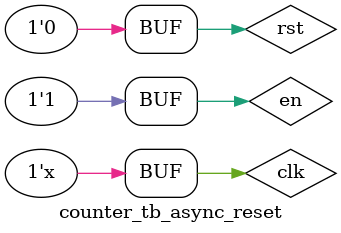
<source format=v>
module counter_tb_async_reset();
  reg clk, rst, en;
  wire [9:0] counter_out;
  
  counter counter_inst(clk, rst, en,counter_out);
  
  initial begin
    clk = 0;
    rst = 1;
    en = 1;
    #2 rst = 0;
    #32 rst = 1;
    #52 rst = 0;
  end
  
  always begin
    #5 clk = !clk;
  end
endmodule
</source>
